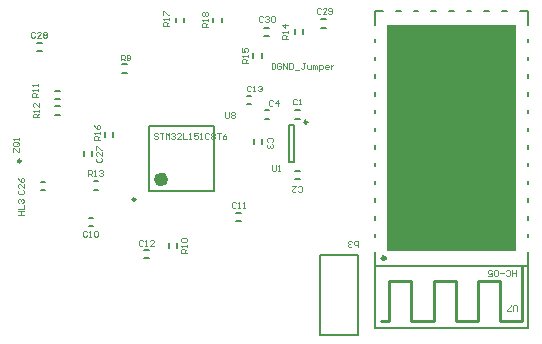
<source format=gbo>
G04 Layer_Color=8454143*
%FSLAX42Y42*%
%MOMM*%
G71*
G01*
G75*
%ADD30C,0.20*%
%ADD31C,0.25*%
%ADD45C,0.10*%
%ADD47C,0.25*%
%ADD49C,0.13*%
%ADD82C,0.60*%
%ADD83C,0.38*%
G36*
X12056Y6622D02*
X10964Y6622D01*
Y8539D01*
X12056D01*
Y6622D01*
D02*
G37*
D30*
X10132Y7380D02*
Y7690D01*
X10182Y7380D02*
Y7690D01*
X10132Y7380D02*
X10182D01*
X10132Y7690D02*
X10182D01*
X8953Y7130D02*
Y7680D01*
X9503Y7130D02*
Y7680D01*
X8953Y7130D02*
X9503D01*
X8953Y7680D02*
X9503D01*
X10188Y7815D02*
X10228D01*
X10188Y7745D02*
X10228D01*
X10190Y7232D02*
X10230D01*
X10190Y7303D02*
X10230D01*
X9840Y7532D02*
Y7572D01*
X9910Y7532D02*
Y7572D01*
X9930Y7745D02*
X9970D01*
X9930Y7815D02*
X9970D01*
X8440Y6905D02*
X8480D01*
X8440Y6835D02*
X8480D01*
X9690Y6875D02*
X9730D01*
X9690Y6945D02*
X9730D01*
X8910Y6562D02*
X8950D01*
X8910Y6632D02*
X8950D01*
X9778Y7940D02*
X9818D01*
X9778Y7870D02*
X9818D01*
X8032Y7140D02*
X8072D01*
X8032Y7210D02*
X8072D01*
X8470Y7428D02*
Y7468D01*
X8400Y7428D02*
Y7468D01*
X8005Y8318D02*
X8045D01*
X8005Y8388D02*
X8045D01*
X8722Y8205D02*
X8762D01*
X8722Y8135D02*
X8762D01*
X9188Y6653D02*
Y6693D01*
X9118Y6653D02*
Y6693D01*
X8155Y7982D02*
X8195D01*
X8155Y7912D02*
X8195D01*
X8155Y7780D02*
X8195D01*
X8155Y7850D02*
X8195D01*
X8482Y7215D02*
X8522D01*
X8482Y7145D02*
X8522D01*
X8647Y7588D02*
Y7628D01*
X8578Y7588D02*
Y7628D01*
X9175Y8560D02*
Y8600D01*
X9245Y8560D02*
Y8600D01*
X9495Y8560D02*
Y8600D01*
X9565Y8560D02*
Y8600D01*
X9905Y8260D02*
Y8300D01*
X9835Y8300D02*
X9835Y8260D01*
X9925Y8515D02*
X9965D01*
X9925Y8445D02*
X9965D01*
X10255Y8460D02*
Y8500D01*
X10185Y8460D02*
Y8500D01*
X10410Y8585D02*
X10450D01*
X10410Y8515D02*
X10450D01*
D31*
X12110Y6035D02*
Y6485D01*
X11922Y6035D02*
X12110D01*
X11922D02*
Y6372D01*
X11735D02*
X11922D01*
X11735Y6035D02*
Y6372D01*
X11547Y6035D02*
X11735D01*
X11547D02*
Y6372D01*
X11360D02*
X11547D01*
X11360Y6035D02*
Y6372D01*
X11172Y6035D02*
X11360D01*
X11172D02*
Y6372D01*
X10985D02*
X11172D01*
X10985Y6035D02*
Y6372D01*
X10911Y6035D02*
X10985D01*
D45*
X9023Y7612D02*
X9015Y7620D01*
X8998D01*
X8990Y7612D01*
Y7603D01*
X8998Y7595D01*
X9015D01*
X9023Y7587D01*
Y7578D01*
X9015Y7570D01*
X8998D01*
X8990Y7578D01*
X9040Y7620D02*
X9073D01*
X9057D01*
Y7570D01*
X9090D02*
Y7620D01*
X9107Y7603D01*
X9123Y7620D01*
Y7570D01*
X9140Y7612D02*
X9148Y7620D01*
X9165D01*
X9173Y7612D01*
Y7603D01*
X9165Y7595D01*
X9157D01*
X9165D01*
X9173Y7587D01*
Y7578D01*
X9165Y7570D01*
X9148D01*
X9140Y7578D01*
X9223Y7570D02*
X9190D01*
X9223Y7603D01*
Y7612D01*
X9215Y7620D01*
X9198D01*
X9190Y7612D01*
X9240Y7620D02*
Y7570D01*
X9273D01*
X9290D02*
X9307D01*
X9298D01*
Y7620D01*
X9290Y7612D01*
X9365Y7620D02*
X9332D01*
Y7595D01*
X9348Y7603D01*
X9357D01*
X9365Y7595D01*
Y7578D01*
X9357Y7570D01*
X9340D01*
X9332Y7578D01*
X9382Y7570D02*
X9398D01*
X9390D01*
Y7620D01*
X9382Y7612D01*
X9457D02*
X9448Y7620D01*
X9432D01*
X9423Y7612D01*
Y7578D01*
X9432Y7570D01*
X9448D01*
X9457Y7578D01*
X9473Y7612D02*
X9482Y7620D01*
X9498D01*
X9506Y7612D01*
Y7603D01*
X9498Y7595D01*
X9506Y7587D01*
Y7578D01*
X9498Y7570D01*
X9482D01*
X9473Y7578D01*
Y7587D01*
X9482Y7595D01*
X9473Y7603D01*
Y7612D01*
X9482Y7595D02*
X9498D01*
X9523Y7620D02*
X9556D01*
X9540D01*
Y7570D01*
X9606Y7620D02*
X9590Y7612D01*
X9573Y7595D01*
Y7578D01*
X9581Y7570D01*
X9598D01*
X9606Y7578D01*
Y7587D01*
X9598Y7595D01*
X9573D01*
X10717Y6655D02*
Y6705D01*
X10692D01*
X10683Y6697D01*
Y6680D01*
X10692Y6672D01*
X10717D01*
X10667Y6697D02*
X10658Y6705D01*
X10642D01*
X10633Y6697D01*
Y6688D01*
X10642Y6680D01*
X10650D01*
X10642D01*
X10633Y6672D01*
Y6663D01*
X10642Y6655D01*
X10658D01*
X10667Y6663D01*
X12055Y6415D02*
Y6465D01*
Y6440D01*
X12022D01*
Y6415D01*
Y6465D01*
X11972Y6423D02*
X11980Y6415D01*
X11997D01*
X12005Y6423D01*
Y6457D01*
X11997Y6465D01*
X11980D01*
X11972Y6457D01*
X11955Y6440D02*
X11922D01*
X11905Y6423D02*
X11897Y6415D01*
X11880D01*
X11872Y6423D01*
Y6457D01*
X11880Y6465D01*
X11897D01*
X11905Y6457D01*
Y6423D01*
X11822Y6415D02*
X11855D01*
Y6440D01*
X11838Y6432D01*
X11830D01*
X11822Y6440D01*
Y6457D01*
X11830Y6465D01*
X11847D01*
X11855Y6457D01*
X12065Y6115D02*
Y6157D01*
X12057Y6165D01*
X12040D01*
X12032Y6157D01*
Y6115D01*
X12015D02*
X11982D01*
Y6123D01*
X12015Y6157D01*
Y6165D01*
X10201Y7907D02*
X10192Y7915D01*
X10176D01*
X10168Y7907D01*
Y7873D01*
X10176Y7865D01*
X10192D01*
X10201Y7873D01*
X10217Y7865D02*
X10234D01*
X10226D01*
Y7915D01*
X10217Y7907D01*
X10214Y7131D02*
X10223Y7123D01*
X10239D01*
X10247Y7131D01*
Y7164D01*
X10239Y7172D01*
X10223D01*
X10214Y7164D01*
X10164Y7172D02*
X10198D01*
X10164Y7139D01*
Y7131D01*
X10173Y7123D01*
X10189D01*
X10198Y7131D01*
X9989Y7544D02*
X9997Y7553D01*
Y7569D01*
X9989Y7578D01*
X9956D01*
X9947Y7569D01*
Y7553D01*
X9956Y7544D01*
X9989Y7528D02*
X9997Y7519D01*
Y7503D01*
X9989Y7494D01*
X9981D01*
X9972Y7503D01*
Y7511D01*
Y7503D01*
X9964Y7494D01*
X9956D01*
X9947Y7503D01*
Y7519D01*
X9956Y7528D01*
X9998Y7892D02*
X9990Y7900D01*
X9973D01*
X9965Y7892D01*
Y7859D01*
X9973Y7850D01*
X9990D01*
X9998Y7859D01*
X10040Y7850D02*
Y7900D01*
X10015Y7875D01*
X10048D01*
X8428Y6789D02*
X8420Y6797D01*
X8403D01*
X8395Y6789D01*
Y6756D01*
X8403Y6747D01*
X8420D01*
X8428Y6756D01*
X8445Y6747D02*
X8462D01*
X8453D01*
Y6797D01*
X8445Y6789D01*
X8487D02*
X8495Y6797D01*
X8512D01*
X8520Y6789D01*
Y6756D01*
X8512Y6747D01*
X8495D01*
X8487Y6756D01*
Y6789D01*
X9687Y7029D02*
X9678Y7038D01*
X9662D01*
X9653Y7029D01*
Y6996D01*
X9662Y6988D01*
X9678D01*
X9687Y6996D01*
X9703Y6988D02*
X9720D01*
X9712D01*
Y7038D01*
X9703Y7029D01*
X9745Y6988D02*
X9762D01*
X9753D01*
Y7038D01*
X9745Y7029D01*
X8901Y6712D02*
X8892Y6720D01*
X8876D01*
X8868Y6712D01*
Y6678D01*
X8876Y6670D01*
X8892D01*
X8901Y6678D01*
X8917Y6670D02*
X8934D01*
X8926D01*
Y6720D01*
X8917Y6712D01*
X8992Y6670D02*
X8959D01*
X8992Y6703D01*
Y6712D01*
X8984Y6720D01*
X8967D01*
X8959Y6712D01*
X9816Y8017D02*
X9808Y8025D01*
X9791D01*
X9783Y8017D01*
Y7984D01*
X9791Y7975D01*
X9808D01*
X9816Y7984D01*
X9833Y7975D02*
X9850D01*
X9841D01*
Y8025D01*
X9833Y8017D01*
X9875D02*
X9883Y8025D01*
X9900D01*
X9908Y8017D01*
Y8009D01*
X9900Y8000D01*
X9891D01*
X9900D01*
X9908Y7992D01*
Y7984D01*
X9900Y7975D01*
X9883D01*
X9875Y7984D01*
X7848Y7141D02*
X7840Y7132D01*
Y7116D01*
X7848Y7107D01*
X7882D01*
X7890Y7116D01*
Y7132D01*
X7882Y7141D01*
X7890Y7191D02*
Y7157D01*
X7857Y7191D01*
X7848D01*
X7840Y7182D01*
Y7166D01*
X7848Y7157D01*
X7840Y7241D02*
X7848Y7224D01*
X7865Y7207D01*
X7882D01*
X7890Y7216D01*
Y7232D01*
X7882Y7241D01*
X7873D01*
X7865Y7232D01*
Y7207D01*
X8513Y7416D02*
X8505Y7407D01*
Y7391D01*
X8513Y7382D01*
X8547D01*
X8555Y7391D01*
Y7407D01*
X8547Y7416D01*
X8555Y7466D02*
Y7432D01*
X8522Y7466D01*
X8513D01*
X8505Y7457D01*
Y7441D01*
X8513Y7432D01*
X8505Y7482D02*
Y7516D01*
X8513D01*
X8547Y7482D01*
X8555D01*
X7986Y8474D02*
X7977Y8482D01*
X7961D01*
X7953Y8474D01*
Y8441D01*
X7961Y8432D01*
X7977D01*
X7986Y8441D01*
X8036Y8432D02*
X8002D01*
X8036Y8466D01*
Y8474D01*
X8027Y8482D01*
X8011D01*
X8002Y8474D01*
X8052D02*
X8061Y8482D01*
X8077D01*
X8086Y8474D01*
Y8466D01*
X8077Y8457D01*
X8086Y8449D01*
Y8441D01*
X8077Y8432D01*
X8061D01*
X8052Y8441D01*
Y8449D01*
X8061Y8457D01*
X8052Y8466D01*
Y8474D01*
X8061Y8457D02*
X8077D01*
X9988Y8217D02*
Y8168D01*
X10012D01*
X10021Y8176D01*
Y8209D01*
X10012Y8217D01*
X9988D01*
X10071Y8209D02*
X10062Y8217D01*
X10046D01*
X10037Y8209D01*
Y8176D01*
X10046Y8168D01*
X10062D01*
X10071Y8176D01*
Y8192D01*
X10054D01*
X10087Y8168D02*
Y8217D01*
X10121Y8168D01*
Y8217D01*
X10137D02*
Y8168D01*
X10162D01*
X10171Y8176D01*
Y8209D01*
X10162Y8217D01*
X10137D01*
X10187Y8159D02*
X10221D01*
X10271Y8217D02*
X10254D01*
X10262D01*
Y8176D01*
X10254Y8168D01*
X10246D01*
X10237Y8176D01*
X10287Y8201D02*
Y8176D01*
X10296Y8168D01*
X10321D01*
Y8201D01*
X10337Y8168D02*
Y8201D01*
X10346D01*
X10354Y8192D01*
Y8168D01*
Y8192D01*
X10362Y8201D01*
X10371Y8192D01*
Y8168D01*
X10387Y8151D02*
Y8201D01*
X10412D01*
X10421Y8192D01*
Y8176D01*
X10412Y8168D01*
X10387D01*
X10462D02*
X10446D01*
X10437Y8176D01*
Y8192D01*
X10446Y8201D01*
X10462D01*
X10471Y8192D01*
Y8184D01*
X10437D01*
X10487Y8201D02*
Y8168D01*
Y8184D01*
X10496Y8192D01*
X10504Y8201D01*
X10512D01*
X7838Y6930D02*
X7888D01*
X7863D01*
Y6963D01*
X7838D01*
X7888D01*
X7838Y6980D02*
X7888D01*
Y7013D01*
X7846Y7030D02*
X7838Y7038D01*
Y7055D01*
X7846Y7063D01*
X7854D01*
X7863Y7055D01*
Y7047D01*
Y7055D01*
X7871Y7063D01*
X7879D01*
X7888Y7055D01*
Y7038D01*
X7879Y7030D01*
X8710Y8238D02*
Y8287D01*
X8735D01*
X8743Y8279D01*
Y8262D01*
X8735Y8254D01*
X8710D01*
X8727D02*
X8743Y8238D01*
X8760Y8246D02*
X8768Y8238D01*
X8785D01*
X8793Y8246D01*
Y8279D01*
X8785Y8287D01*
X8768D01*
X8760Y8279D01*
Y8271D01*
X8768Y8262D01*
X8793D01*
X9272Y6610D02*
X9223D01*
Y6635D01*
X9231Y6643D01*
X9248D01*
X9256Y6635D01*
Y6610D01*
Y6627D02*
X9272Y6643D01*
Y6660D02*
Y6677D01*
Y6668D01*
X9223D01*
X9231Y6660D01*
Y6702D02*
X9223Y6710D01*
Y6727D01*
X9231Y6735D01*
X9264D01*
X9272Y6727D01*
Y6710D01*
X9264Y6702D01*
X9231D01*
X8012Y7932D02*
X7963D01*
Y7957D01*
X7971Y7966D01*
X7988D01*
X7996Y7957D01*
Y7932D01*
Y7949D02*
X8012Y7966D01*
Y7982D02*
Y7999D01*
Y7991D01*
X7963D01*
X7971Y7982D01*
X8012Y8024D02*
Y8041D01*
Y8032D01*
X7963D01*
X7971Y8024D01*
X8018Y7755D02*
X7968D01*
Y7780D01*
X7976Y7788D01*
X7993D01*
X8001Y7780D01*
Y7755D01*
Y7772D02*
X8018Y7788D01*
Y7805D02*
Y7822D01*
Y7813D01*
X7968D01*
X7976Y7805D01*
X8018Y7880D02*
Y7847D01*
X7984Y7880D01*
X7976D01*
X7968Y7872D01*
Y7855D01*
X7976Y7847D01*
X8438Y7257D02*
Y7307D01*
X8462D01*
X8471Y7299D01*
Y7282D01*
X8462Y7274D01*
X8438D01*
X8454D02*
X8471Y7257D01*
X8487D02*
X8504D01*
X8496D01*
Y7307D01*
X8487Y7299D01*
X8529D02*
X8537Y7307D01*
X8554D01*
X8562Y7299D01*
Y7291D01*
X8554Y7282D01*
X8546D01*
X8554D01*
X8562Y7274D01*
Y7266D01*
X8554Y7257D01*
X8537D01*
X8529Y7266D01*
X8538Y7562D02*
X8488D01*
Y7587D01*
X8496Y7596D01*
X8513D01*
X8521Y7587D01*
Y7562D01*
Y7579D02*
X8538Y7596D01*
Y7612D02*
Y7629D01*
Y7621D01*
X8488D01*
X8496Y7612D01*
X8488Y7687D02*
X8496Y7671D01*
X8513Y7654D01*
X8529D01*
X8538Y7662D01*
Y7679D01*
X8529Y7687D01*
X8521D01*
X8513Y7679D01*
Y7654D01*
X9990Y7355D02*
Y7313D01*
X9998Y7305D01*
X10015D01*
X10023Y7313D01*
Y7355D01*
X10040Y7305D02*
X10057D01*
X10048D01*
Y7355D01*
X10040Y7347D01*
X9595Y7800D02*
Y7758D01*
X9603Y7750D01*
X9620D01*
X9628Y7758D01*
Y7800D01*
X9645Y7792D02*
X9653Y7800D01*
X9670D01*
X9678Y7792D01*
Y7783D01*
X9670Y7775D01*
X9678Y7767D01*
Y7758D01*
X9670Y7750D01*
X9653D01*
X9645Y7758D01*
Y7767D01*
X9653Y7775D01*
X9645Y7783D01*
Y7792D01*
X9653Y7775D02*
X9670D01*
X7803Y7465D02*
Y7498D01*
X7811D01*
X7844Y7465D01*
X7853D01*
Y7498D01*
X7844Y7548D02*
X7811D01*
X7803Y7540D01*
Y7523D01*
X7811Y7515D01*
X7844D01*
X7853Y7523D01*
Y7540D01*
X7836Y7532D02*
X7853Y7548D01*
Y7540D02*
X7844Y7548D01*
X7853Y7565D02*
Y7582D01*
Y7573D01*
X7803D01*
X7811Y7565D01*
X10403Y8672D02*
X10395Y8680D01*
X10378D01*
X10370Y8672D01*
Y8638D01*
X10378Y8630D01*
X10395D01*
X10403Y8638D01*
X10453Y8630D02*
X10420D01*
X10453Y8663D01*
Y8672D01*
X10445Y8680D01*
X10428D01*
X10420Y8672D01*
X10470Y8638D02*
X10478Y8630D01*
X10495D01*
X10503Y8638D01*
Y8672D01*
X10495Y8680D01*
X10478D01*
X10470Y8672D01*
Y8663D01*
X10478Y8655D01*
X10503D01*
X9913Y8602D02*
X9905Y8610D01*
X9888D01*
X9880Y8602D01*
Y8568D01*
X9888Y8560D01*
X9905D01*
X9913Y8568D01*
X9930Y8602D02*
X9938Y8610D01*
X9955D01*
X9963Y8602D01*
Y8593D01*
X9955Y8585D01*
X9947D01*
X9955D01*
X9963Y8577D01*
Y8568D01*
X9955Y8560D01*
X9938D01*
X9930Y8568D01*
X9980Y8602D02*
X9988Y8610D01*
X10005D01*
X10013Y8602D01*
Y8568D01*
X10005Y8560D01*
X9988D01*
X9980Y8568D01*
Y8602D01*
X10130Y8420D02*
X10080D01*
Y8445D01*
X10088Y8453D01*
X10105D01*
X10113Y8445D01*
Y8420D01*
Y8437D02*
X10130Y8453D01*
Y8470D02*
Y8487D01*
Y8478D01*
X10080D01*
X10088Y8470D01*
X10130Y8537D02*
X10080D01*
X10105Y8512D01*
Y8545D01*
X9790Y8220D02*
X9740D01*
Y8245D01*
X9748Y8253D01*
X9765D01*
X9773Y8245D01*
Y8220D01*
Y8237D02*
X9790Y8253D01*
Y8270D02*
Y8287D01*
Y8278D01*
X9740D01*
X9748Y8270D01*
X9740Y8345D02*
Y8312D01*
X9765D01*
X9757Y8328D01*
Y8337D01*
X9765Y8345D01*
X9782D01*
X9790Y8337D01*
Y8320D01*
X9782Y8312D01*
X9120Y8530D02*
X9070D01*
Y8555D01*
X9078Y8563D01*
X9095D01*
X9103Y8555D01*
Y8530D01*
Y8547D02*
X9120Y8563D01*
Y8580D02*
Y8597D01*
Y8588D01*
X9070D01*
X9078Y8580D01*
X9070Y8622D02*
Y8655D01*
X9078D01*
X9112Y8622D01*
X9120D01*
X9450Y8520D02*
X9400D01*
Y8545D01*
X9408Y8553D01*
X9425D01*
X9433Y8545D01*
Y8520D01*
Y8537D02*
X9450Y8553D01*
Y8570D02*
Y8587D01*
Y8578D01*
X9400D01*
X9408Y8570D01*
Y8612D02*
X9400Y8620D01*
Y8637D01*
X9408Y8645D01*
X9417D01*
X9425Y8637D01*
X9433Y8645D01*
X9442D01*
X9450Y8637D01*
Y8620D01*
X9442Y8612D01*
X9433D01*
X9425Y8620D01*
X9417Y8612D01*
X9408D01*
X9425Y8620D02*
Y8637D01*
D47*
X7866Y7385D02*
G03*
X7866Y7385I-12J0D01*
G01*
X10290Y7715D02*
G03*
X10290Y7715I-12J0D01*
G01*
X8835Y7060D02*
G03*
X8835Y7060I-12J0D01*
G01*
D49*
X10400Y5913D02*
Y6587D01*
X10720Y5913D02*
Y6587D01*
X10400Y5913D02*
X10720D01*
X10400Y6587D02*
X10720D01*
X10860Y5970D02*
X12160D01*
Y6501D01*
X10860Y5970D02*
Y6501D01*
X12160D01*
X12090Y8660D02*
X12160D01*
Y8540D02*
Y8660D01*
Y8390D02*
X12160Y8420D01*
X12160Y8270D02*
X12160Y8240D01*
X12160Y8090D02*
Y8120D01*
Y7970D02*
X12160Y7940D01*
X12160Y7790D02*
X12160Y7820D01*
X12160Y7670D02*
X12160Y7640D01*
X12160Y7490D02*
Y7520D01*
Y7340D02*
X12160Y7370D01*
X12160Y7190D02*
Y7220D01*
Y7040D02*
X12160Y7070D01*
X12160Y6920D02*
X12160Y6890D01*
X12160Y6740D02*
Y6770D01*
Y6620D02*
X12160Y6501D01*
X10860D02*
X10860Y6620D01*
Y6740D02*
Y6770D01*
X10860Y6890D02*
X10860Y6920D01*
X10860Y7070D02*
X10860Y7040D01*
Y7190D02*
Y7220D01*
X10860Y7370D02*
X10860Y7340D01*
Y7490D02*
Y7520D01*
X10860Y7640D02*
X10860Y7670D01*
X10860Y7820D02*
X10860Y7790D01*
X10860Y7940D02*
X10860Y7970D01*
Y8090D02*
Y8120D01*
X10860Y8240D02*
X10860Y8270D01*
X10860Y8420D02*
X10860Y8390D01*
Y8540D02*
Y8660D01*
X10930D01*
X11040D02*
X11080D01*
X11190D02*
X11230D01*
X11340D02*
X11380D01*
X11490D02*
X11530D01*
X11640D02*
X11680D01*
X11790D02*
X11830D01*
X11940D02*
X11980D01*
D82*
X9082Y7230D02*
G03*
X9082Y7230I-30J0D01*
G01*
D83*
X10951Y6564D02*
G03*
X10951Y6564I-13J0D01*
G01*
M02*

</source>
